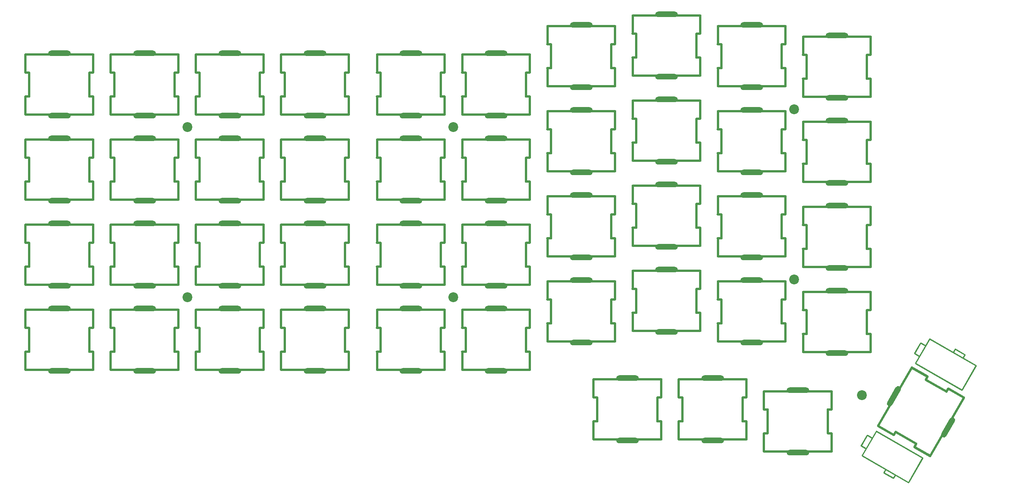
<source format=gbr>
%TF.GenerationSoftware,KiCad,Pcbnew,(5.1.9-0-10_14)*%
%TF.CreationDate,2021-04-26T22:34:41-05:00*%
%TF.ProjectId,wren-numpad-top,7772656e-2d6e-4756-9d70-61642d746f70,rev?*%
%TF.SameCoordinates,Original*%
%TF.FileFunction,Soldermask,Bot*%
%TF.FilePolarity,Negative*%
%FSLAX46Y46*%
G04 Gerber Fmt 4.6, Leading zero omitted, Abs format (unit mm)*
G04 Created by KiCad (PCBNEW (5.1.9-0-10_14)) date 2021-04-26 22:34:41*
%MOMM*%
%LPD*%
G01*
G04 APERTURE LIST*
%ADD10O,1.333500X0.508000*%
%ADD11O,5.080000X1.270000*%
%ADD12O,0.508000X5.842000*%
%ADD13O,0.508000X4.572000*%
%ADD14O,15.595600X0.508000*%
%ADD15C,2.200000*%
G04 APERTURE END LIST*
%TO.C,REF\u002A\u002A*%
G36*
G01*
X239483904Y-94215117D02*
X239483904Y-94215117D01*
G75*
G02*
X239539686Y-94423299I-76200J-131982D01*
G01*
X238168086Y-96798979D01*
G75*
G02*
X237959904Y-96854761I-131982J76200D01*
G01*
X237959904Y-96854761D01*
G75*
G02*
X237904122Y-96646579I76200J131982D01*
G01*
X239275722Y-94270899D01*
G75*
G02*
X239483904Y-94215117I131982J-76200D01*
G01*
G37*
G36*
G01*
X238178295Y-96628897D02*
X239190159Y-97213097D01*
G75*
G02*
X239245941Y-97421279I-76200J-131982D01*
G01*
X239245941Y-97421279D01*
G75*
G02*
X239037759Y-97477061I-131982J76200D01*
G01*
X238025895Y-96892861D01*
G75*
G02*
X237970113Y-96684679I76200J131982D01*
G01*
X237970113Y-96684679D01*
G75*
G02*
X238178295Y-96628897I131982J-76200D01*
G01*
G37*
G36*
G01*
X239549895Y-94253216D02*
X240561759Y-94837416D01*
G75*
G02*
X240617541Y-95045598I-76200J-131982D01*
G01*
X240617541Y-95045598D01*
G75*
G02*
X240409359Y-95101380I-131982J76200D01*
G01*
X239397495Y-94517180D01*
G75*
G02*
X239341713Y-94308998I76200J131982D01*
G01*
X239341713Y-94308998D01*
G75*
G02*
X239549895Y-94253216I131982J-76200D01*
G01*
G37*
G36*
G01*
X247240541Y-95613826D02*
X247240541Y-95613826D01*
G75*
G02*
X247296323Y-95822008I-76200J-131982D01*
G01*
X246864523Y-96569908D01*
G75*
G02*
X246656341Y-96625690I-131982J76200D01*
G01*
X246656341Y-96625690D01*
G75*
G02*
X246600559Y-96417508I76200J131982D01*
G01*
X247032359Y-95669608D01*
G75*
G02*
X247240541Y-95613826I131982J-76200D01*
G01*
G37*
G36*
G01*
X241529451Y-93313726D02*
X241529451Y-93313726D01*
G75*
G02*
X241585233Y-93521908I-76200J-131982D01*
G01*
X238410233Y-99021170D01*
G75*
G02*
X238202051Y-99076952I-131982J76200D01*
G01*
X238202051Y-99076952D01*
G75*
G02*
X238146269Y-98868770I76200J131982D01*
G01*
X241321269Y-93369508D01*
G75*
G02*
X241529451Y-93313726I131982J-76200D01*
G01*
G37*
G36*
G01*
X238354450Y-98812987D02*
X248737056Y-104807387D01*
G75*
G02*
X248792838Y-105015569I-76200J-131982D01*
G01*
X248792838Y-105015569D01*
G75*
G02*
X248584656Y-105071351I-131982J76200D01*
G01*
X238202050Y-99076951D01*
G75*
G02*
X238146268Y-98868769I76200J131982D01*
G01*
X238146268Y-98868769D01*
G75*
G02*
X238354450Y-98812987I131982J-76200D01*
G01*
G37*
G36*
G01*
X241529450Y-93313726D02*
X251912056Y-99308126D01*
G75*
G02*
X251967838Y-99516308I-76200J-131982D01*
G01*
X251967838Y-99516308D01*
G75*
G02*
X251759656Y-99572090I-131982J76200D01*
G01*
X241377050Y-93577690D01*
G75*
G02*
X241321268Y-93369508I76200J131982D01*
G01*
X241321268Y-93369508D01*
G75*
G02*
X241529450Y-93313726I131982J-76200D01*
G01*
G37*
G36*
G01*
X247240542Y-95613827D02*
X249396252Y-96858427D01*
G75*
G02*
X249452034Y-97066609I-76200J-131982D01*
G01*
X249452034Y-97066609D01*
G75*
G02*
X249243852Y-97122391I-131982J76200D01*
G01*
X247088142Y-95877791D01*
G75*
G02*
X247032360Y-95669609I76200J131982D01*
G01*
X247032360Y-95669609D01*
G75*
G02*
X247240542Y-95613827I131982J-76200D01*
G01*
G37*
G36*
G01*
X249396252Y-96858426D02*
X249396252Y-96858426D01*
G75*
G02*
X249452034Y-97066608I-76200J-131982D01*
G01*
X249020234Y-97814508D01*
G75*
G02*
X248812052Y-97870290I-131982J76200D01*
G01*
X248812052Y-97870290D01*
G75*
G02*
X248756270Y-97662108I76200J131982D01*
G01*
X249188070Y-96914208D01*
G75*
G02*
X249396252Y-96858426I131982J-76200D01*
G01*
G37*
G36*
G01*
X251912056Y-99308126D02*
X251912056Y-99308126D01*
G75*
G02*
X251967838Y-99516308I-76200J-131982D01*
G01*
X248792838Y-105015570D01*
G75*
G02*
X248584656Y-105071352I-131982J76200D01*
G01*
X248584656Y-105071352D01*
G75*
G02*
X248528874Y-104863170I76200J131982D01*
G01*
X251703874Y-99363908D01*
G75*
G02*
X251912056Y-99308126I131982J-76200D01*
G01*
G37*
G36*
G01*
X231695741Y-122538210D02*
X231695741Y-122538210D01*
G75*
G02*
X231751523Y-122746392I-76200J-131982D01*
G01*
X231319723Y-123494292D01*
G75*
G02*
X231111541Y-123550074I-131982J76200D01*
G01*
X231111541Y-123550074D01*
G75*
G02*
X231055759Y-123341892I76200J131982D01*
G01*
X231487559Y-122593992D01*
G75*
G02*
X231695741Y-122538210I131982J-76200D01*
G01*
G37*
G36*
G01*
X226240295Y-117306120D02*
X227252159Y-117890320D01*
G75*
G02*
X227307941Y-118098502I-76200J-131982D01*
G01*
X227307941Y-118098502D01*
G75*
G02*
X227099759Y-118154284I-131982J76200D01*
G01*
X226087895Y-117570084D01*
G75*
G02*
X226032113Y-117361902I76200J131982D01*
G01*
X226032113Y-117361902D01*
G75*
G02*
X226240295Y-117306120I131982J-76200D01*
G01*
G37*
G36*
G01*
X233851452Y-123782810D02*
X233851452Y-123782810D01*
G75*
G02*
X233907234Y-123990992I-76200J-131982D01*
G01*
X233475434Y-124738892D01*
G75*
G02*
X233267252Y-124794674I-131982J76200D01*
G01*
X233267252Y-124794674D01*
G75*
G02*
X233211470Y-124586492I76200J131982D01*
G01*
X233643270Y-123838592D01*
G75*
G02*
X233851452Y-123782810I131982J-76200D01*
G01*
G37*
G36*
G01*
X227611895Y-114930439D02*
X228623759Y-115514639D01*
G75*
G02*
X228679541Y-115722821I-76200J-131982D01*
G01*
X228679541Y-115722821D01*
G75*
G02*
X228471359Y-115778603I-131982J76200D01*
G01*
X227459495Y-115194403D01*
G75*
G02*
X227403713Y-114986221I76200J131982D01*
G01*
X227403713Y-114986221D01*
G75*
G02*
X227611895Y-114930439I131982J-76200D01*
G01*
G37*
G36*
G01*
X231263942Y-123286109D02*
X233419652Y-124530709D01*
G75*
G02*
X233475434Y-124738891I-76200J-131982D01*
G01*
X233475434Y-124738891D01*
G75*
G02*
X233267252Y-124794673I-131982J76200D01*
G01*
X231111542Y-123550073D01*
G75*
G02*
X231055760Y-123341891I76200J131982D01*
G01*
X231055760Y-123341891D01*
G75*
G02*
X231263942Y-123286109I131982J-76200D01*
G01*
G37*
G36*
G01*
X226416450Y-119490210D02*
X236799056Y-125484610D01*
G75*
G02*
X236854838Y-125692792I-76200J-131982D01*
G01*
X236854838Y-125692792D01*
G75*
G02*
X236646656Y-125748574I-131982J76200D01*
G01*
X226264050Y-119754174D01*
G75*
G02*
X226208268Y-119545992I76200J131982D01*
G01*
X226208268Y-119545992D01*
G75*
G02*
X226416450Y-119490210I131982J-76200D01*
G01*
G37*
G36*
G01*
X229591451Y-113990948D02*
X229591451Y-113990948D01*
G75*
G02*
X229647233Y-114199130I-76200J-131982D01*
G01*
X226472233Y-119698392D01*
G75*
G02*
X226264051Y-119754174I-131982J76200D01*
G01*
X226264051Y-119754174D01*
G75*
G02*
X226208269Y-119545992I76200J131982D01*
G01*
X229383269Y-114046730D01*
G75*
G02*
X229591451Y-113990948I131982J-76200D01*
G01*
G37*
G36*
G01*
X229591450Y-113990949D02*
X239974056Y-119985349D01*
G75*
G02*
X240029838Y-120193531I-76200J-131982D01*
G01*
X240029838Y-120193531D01*
G75*
G02*
X239821656Y-120249313I-131982J76200D01*
G01*
X229439050Y-114254913D01*
G75*
G02*
X229383268Y-114046731I76200J131982D01*
G01*
X229383268Y-114046731D01*
G75*
G02*
X229591450Y-113990949I131982J-76200D01*
G01*
G37*
G36*
G01*
X239974056Y-119985348D02*
X239974056Y-119985348D01*
G75*
G02*
X240029838Y-120193530I-76200J-131982D01*
G01*
X236854838Y-125692792D01*
G75*
G02*
X236646656Y-125748574I-131982J76200D01*
G01*
X236646656Y-125748574D01*
G75*
G02*
X236590874Y-125540392I76200J131982D01*
G01*
X239765874Y-120041130D01*
G75*
G02*
X239974056Y-119985348I131982J-76200D01*
G01*
G37*
G36*
G01*
X227545904Y-114892339D02*
X227545904Y-114892339D01*
G75*
G02*
X227601686Y-115100521I-76200J-131982D01*
G01*
X226230086Y-117476201D01*
G75*
G02*
X226021904Y-117531983I-131982J76200D01*
G01*
X226021904Y-117531983D01*
G75*
G02*
X225966122Y-117323801I76200J131982D01*
G01*
X227337722Y-114948121D01*
G75*
G02*
X227545904Y-114892339I131982J-76200D01*
G01*
G37*
%TD*%
D10*
%TO.C,MX21*%
X227806250Y-73310750D03*
X213518750Y-73310750D03*
X227806250Y-67976750D03*
X213518750Y-67976750D03*
D11*
X220662500Y-77628750D03*
X220662500Y-63658750D03*
D12*
X213931500Y-70643750D03*
X227393500Y-70643750D03*
D13*
X213106000Y-75342750D03*
X228219000Y-75342750D03*
X228219000Y-65944750D03*
X213106000Y-65944750D03*
D14*
X220662500Y-77374750D03*
X220662500Y-63912750D03*
%TD*%
%TO.C,MX41*%
G36*
G01*
X245032190Y-105484003D02*
X245032190Y-105484003D01*
G75*
G02*
X244939220Y-105137033I127000J219970D01*
G01*
X245351970Y-104422129D01*
G75*
G02*
X245698940Y-104329159I219970J-127000D01*
G01*
X245698940Y-104329159D01*
G75*
G02*
X245791910Y-104676129I-127000J-219970D01*
G01*
X245379160Y-105391033D01*
G75*
G02*
X245032190Y-105484003I-219970J127000D01*
G01*
G37*
G36*
G01*
X237888440Y-117857341D02*
X237888440Y-117857341D01*
G75*
G02*
X237795470Y-117510371I127000J219970D01*
G01*
X238208220Y-116795467D01*
G75*
G02*
X238555190Y-116702497I219970J-127000D01*
G01*
X238555190Y-116702497D01*
G75*
G02*
X238648160Y-117049467I-127000J-219970D01*
G01*
X238235410Y-117764371D01*
G75*
G02*
X237888440Y-117857341I-219970J127000D01*
G01*
G37*
G36*
G01*
X240412810Y-102817003D02*
X240412810Y-102817003D01*
G75*
G02*
X240319840Y-102470033I127000J219970D01*
G01*
X240732590Y-101755129D01*
G75*
G02*
X241079560Y-101662159I219970J-127000D01*
G01*
X241079560Y-101662159D01*
G75*
G02*
X241172530Y-102009129I-127000J-219970D01*
G01*
X240759780Y-102724033D01*
G75*
G02*
X240412810Y-102817003I-219970J127000D01*
G01*
G37*
G36*
G01*
X233269060Y-115190341D02*
X233269060Y-115190341D01*
G75*
G02*
X233176090Y-114843371I127000J219970D01*
G01*
X233588840Y-114128467D01*
G75*
G02*
X233935810Y-114035497I219970J-127000D01*
G01*
X233935810Y-114035497D01*
G75*
G02*
X234028780Y-114382467I-127000J-219970D01*
G01*
X233616030Y-115097371D01*
G75*
G02*
X233269060Y-115190341I-219970J127000D01*
G01*
G37*
G36*
G01*
X244263187Y-115451954D02*
X244263187Y-115451954D01*
G75*
G02*
X244030761Y-114584528I317500J549926D01*
G01*
X245935761Y-111284972D01*
G75*
G02*
X246803187Y-111052546I549926J-317500D01*
G01*
X246803187Y-111052546D01*
G75*
G02*
X247035613Y-111919972I-317500J-549926D01*
G01*
X245130613Y-115219528D01*
G75*
G02*
X244263187Y-115451954I-549926J317500D01*
G01*
G37*
G36*
G01*
X232164813Y-108466954D02*
X232164813Y-108466954D01*
G75*
G02*
X231932387Y-107599528I317500J549926D01*
G01*
X233837387Y-104299972D01*
G75*
G02*
X234704813Y-104067546I549926J-317500D01*
G01*
X234704813Y-104067546D01*
G75*
G02*
X234937239Y-104934972I-317500J-549926D01*
G01*
X233032239Y-108234528D01*
G75*
G02*
X232164813Y-108466954I-549926J317500D01*
G01*
G37*
G36*
G01*
X238301190Y-117142437D02*
X233681810Y-114475437D01*
G75*
G02*
X233588840Y-114128467I127000J219970D01*
G01*
X233588840Y-114128467D01*
G75*
G02*
X233935810Y-114035497I219970J-127000D01*
G01*
X238555190Y-116702497D01*
G75*
G02*
X238648160Y-117049467I-127000J-219970D01*
G01*
X238648160Y-117049467D01*
G75*
G02*
X238301190Y-117142437I-219970J127000D01*
G01*
G37*
G36*
G01*
X245032190Y-105484003D02*
X240412810Y-102817003D01*
G75*
G02*
X240319840Y-102470033I127000J219970D01*
G01*
X240319840Y-102470033D01*
G75*
G02*
X240666810Y-102377063I219970J-127000D01*
G01*
X245286190Y-105044063D01*
G75*
G02*
X245379160Y-105391033I-127000J-219970D01*
G01*
X245379160Y-105391033D01*
G75*
G02*
X245032190Y-105484003I-219970J127000D01*
G01*
G37*
G36*
G01*
X241407967Y-119889341D02*
X237888439Y-117857341D01*
G75*
G02*
X237795469Y-117510371I127000J219970D01*
G01*
X237795469Y-117510371D01*
G75*
G02*
X238142439Y-117417401I219970J-127000D01*
G01*
X241661967Y-119449401D01*
G75*
G02*
X241754937Y-119796371I-127000J-219970D01*
G01*
X241754937Y-119796371D01*
G75*
G02*
X241407967Y-119889341I-219970J127000D01*
G01*
G37*
G36*
G01*
X248964467Y-106801099D02*
X245444939Y-104769099D01*
G75*
G02*
X245351969Y-104422129I127000J219970D01*
G01*
X245351969Y-104422129D01*
G75*
G02*
X245698939Y-104329159I219970J-127000D01*
G01*
X249218467Y-106361159D01*
G75*
G02*
X249311437Y-106708129I-127000J-219970D01*
G01*
X249311437Y-106708129D01*
G75*
G02*
X248964467Y-106801099I-219970J127000D01*
G01*
G37*
G36*
G01*
X240825561Y-102102099D02*
X237306033Y-100070099D01*
G75*
G02*
X237213063Y-99723129I127000J219970D01*
G01*
X237213063Y-99723129D01*
G75*
G02*
X237560033Y-99630159I219970J-127000D01*
G01*
X241079561Y-101662159D01*
G75*
G02*
X241172531Y-102009129I-127000J-219970D01*
G01*
X241172531Y-102009129D01*
G75*
G02*
X240825561Y-102102099I-219970J127000D01*
G01*
G37*
G36*
G01*
X233269061Y-115190341D02*
X229749533Y-113158341D01*
G75*
G02*
X229656563Y-112811371I127000J219970D01*
G01*
X229656563Y-112811371D01*
G75*
G02*
X230003533Y-112718401I219970J-127000D01*
G01*
X233523061Y-114750401D01*
G75*
G02*
X233616031Y-115097371I-127000J-219970D01*
G01*
X233616031Y-115097371D01*
G75*
G02*
X233269061Y-115190341I-219970J127000D01*
G01*
G37*
G36*
G01*
X241414317Y-119878342D02*
X241414317Y-119878342D01*
G75*
G02*
X241321347Y-119531372I127000J219970D01*
G01*
X248865147Y-106465128D01*
G75*
G02*
X249212117Y-106372158I219970J-127000D01*
G01*
X249212117Y-106372158D01*
G75*
G02*
X249305087Y-106719128I-127000J-219970D01*
G01*
X241761287Y-119785372D01*
G75*
G02*
X241414317Y-119878342I-219970J127000D01*
G01*
G37*
G36*
G01*
X229755883Y-113147342D02*
X229755883Y-113147342D01*
G75*
G02*
X229662913Y-112800372I127000J219970D01*
G01*
X237206713Y-99734128D01*
G75*
G02*
X237553683Y-99641158I219970J-127000D01*
G01*
X237553683Y-99641158D01*
G75*
G02*
X237646653Y-99988128I-127000J-219970D01*
G01*
X230102853Y-113054372D01*
G75*
G02*
X229755883Y-113147342I-219970J127000D01*
G01*
G37*
%TD*%
D10*
%TO.C,MX10*%
X53975000Y-39179500D03*
X39687500Y-39179500D03*
X53975000Y-33845500D03*
X39687500Y-33845500D03*
D11*
X46831250Y-43497500D03*
X46831250Y-29527500D03*
D12*
X40100250Y-36512500D03*
X53562250Y-36512500D03*
D13*
X39274750Y-41211500D03*
X54387750Y-41211500D03*
X54387750Y-31813500D03*
X39274750Y-31813500D03*
D14*
X46831250Y-43243500D03*
X46831250Y-29781500D03*
%TD*%
D10*
%TO.C,MX15*%
X151606250Y-58229500D03*
X137318750Y-58229500D03*
X151606250Y-52895500D03*
X137318750Y-52895500D03*
D11*
X144462500Y-62547500D03*
X144462500Y-48577500D03*
D12*
X137731500Y-55562500D03*
X151193500Y-55562500D03*
D13*
X136906000Y-60261500D03*
X152019000Y-60261500D03*
X152019000Y-50863500D03*
X136906000Y-50863500D03*
D14*
X144462500Y-62293500D03*
X144462500Y-48831500D03*
%TD*%
D10*
%TO.C,MX44*%
X180968750Y-111918750D03*
X166681250Y-111918750D03*
X180968750Y-106584750D03*
X166681250Y-106584750D03*
D11*
X173825000Y-116236750D03*
X173825000Y-102266750D03*
D12*
X167094000Y-109251750D03*
X180556000Y-109251750D03*
D13*
X166268500Y-113950750D03*
X181381500Y-113950750D03*
X181381500Y-104552750D03*
X166268500Y-104552750D03*
D14*
X173825000Y-115982750D03*
X173825000Y-102520750D03*
%TD*%
D10*
%TO.C,MX43*%
X200018750Y-111918750D03*
X185731250Y-111918750D03*
X200018750Y-106584750D03*
X185731250Y-106584750D03*
D11*
X192875000Y-116236750D03*
X192875000Y-102266750D03*
D12*
X186144000Y-109251750D03*
X199606000Y-109251750D03*
D13*
X185318500Y-113950750D03*
X200431500Y-113950750D03*
X200431500Y-104552750D03*
X185318500Y-104552750D03*
D14*
X192875000Y-115982750D03*
X192875000Y-102520750D03*
%TD*%
D10*
%TO.C,MX42*%
X219068750Y-114585750D03*
X204781250Y-114585750D03*
X219068750Y-109251750D03*
X204781250Y-109251750D03*
D11*
X211925000Y-118903750D03*
X211925000Y-104933750D03*
D12*
X205194000Y-111918750D03*
X218656000Y-111918750D03*
D13*
X204368500Y-116617750D03*
X219481500Y-116617750D03*
X219481500Y-107219750D03*
X204368500Y-107219750D03*
D14*
X211925000Y-118649750D03*
X211925000Y-105187750D03*
%TD*%
D10*
%TO.C,MX40*%
X53975000Y-96329500D03*
X39687500Y-96329500D03*
X53975000Y-90995500D03*
X39687500Y-90995500D03*
D11*
X46831250Y-100647500D03*
X46831250Y-86677500D03*
D12*
X40100250Y-93662500D03*
X53562250Y-93662500D03*
D13*
X39274750Y-98361500D03*
X54387750Y-98361500D03*
X54387750Y-88963500D03*
X39274750Y-88963500D03*
D14*
X46831250Y-100393500D03*
X46831250Y-86931500D03*
%TD*%
D10*
%TO.C,MX39*%
X73025000Y-96329500D03*
X58737500Y-96329500D03*
X73025000Y-90995500D03*
X58737500Y-90995500D03*
D11*
X65881250Y-100647500D03*
X65881250Y-86677500D03*
D12*
X59150250Y-93662500D03*
X72612250Y-93662500D03*
D13*
X58324750Y-98361500D03*
X73437750Y-98361500D03*
X73437750Y-88963500D03*
X58324750Y-88963500D03*
D14*
X65881250Y-100393500D03*
X65881250Y-86931500D03*
%TD*%
D10*
%TO.C,MX38*%
X92075000Y-96329500D03*
X77787500Y-96329500D03*
X92075000Y-90995500D03*
X77787500Y-90995500D03*
D11*
X84931250Y-100647500D03*
X84931250Y-86677500D03*
D12*
X78200250Y-93662500D03*
X91662250Y-93662500D03*
D13*
X77374750Y-98361500D03*
X92487750Y-98361500D03*
X92487750Y-88963500D03*
X77374750Y-88963500D03*
D14*
X84931250Y-100393500D03*
X84931250Y-86931500D03*
%TD*%
D10*
%TO.C,MX37*%
X111125000Y-96329500D03*
X96837500Y-96329500D03*
X111125000Y-90995500D03*
X96837500Y-90995500D03*
D11*
X103981250Y-100647500D03*
X103981250Y-86677500D03*
D12*
X97250250Y-93662500D03*
X110712250Y-93662500D03*
D13*
X96424750Y-98361500D03*
X111537750Y-98361500D03*
X111537750Y-88963500D03*
X96424750Y-88963500D03*
D14*
X103981250Y-100393500D03*
X103981250Y-86931500D03*
%TD*%
D10*
%TO.C,MX36*%
X132556250Y-96329500D03*
X118268750Y-96329500D03*
X132556250Y-90995500D03*
X118268750Y-90995500D03*
D11*
X125412500Y-100647500D03*
X125412500Y-86677500D03*
D12*
X118681500Y-93662500D03*
X132143500Y-93662500D03*
D13*
X117856000Y-98361500D03*
X132969000Y-98361500D03*
X132969000Y-88963500D03*
X117856000Y-88963500D03*
D14*
X125412500Y-100393500D03*
X125412500Y-86931500D03*
%TD*%
D10*
%TO.C,MX35*%
X151606250Y-96329500D03*
X137318750Y-96329500D03*
X151606250Y-90995500D03*
X137318750Y-90995500D03*
D11*
X144462500Y-100647500D03*
X144462500Y-86677500D03*
D12*
X137731500Y-93662500D03*
X151193500Y-93662500D03*
D13*
X136906000Y-98361500D03*
X152019000Y-98361500D03*
X152019000Y-88963500D03*
X136906000Y-88963500D03*
D14*
X144462500Y-100393500D03*
X144462500Y-86931500D03*
%TD*%
D10*
%TO.C,MX34*%
X170656250Y-89979500D03*
X156368750Y-89979500D03*
X170656250Y-84645500D03*
X156368750Y-84645500D03*
D11*
X163512500Y-94297500D03*
X163512500Y-80327500D03*
D12*
X156781500Y-87312500D03*
X170243500Y-87312500D03*
D13*
X155956000Y-92011500D03*
X171069000Y-92011500D03*
X171069000Y-82613500D03*
X155956000Y-82613500D03*
D14*
X163512500Y-94043500D03*
X163512500Y-80581500D03*
%TD*%
D10*
%TO.C,MX33*%
X189706250Y-87598250D03*
X175418750Y-87598250D03*
X189706250Y-82264250D03*
X175418750Y-82264250D03*
D11*
X182562500Y-91916250D03*
X182562500Y-77946250D03*
D12*
X175831500Y-84931250D03*
X189293500Y-84931250D03*
D13*
X175006000Y-89630250D03*
X190119000Y-89630250D03*
X190119000Y-80232250D03*
X175006000Y-80232250D03*
D14*
X182562500Y-91662250D03*
X182562500Y-78200250D03*
%TD*%
D10*
%TO.C,MX32*%
X208756250Y-89979500D03*
X194468750Y-89979500D03*
X208756250Y-84645500D03*
X194468750Y-84645500D03*
D11*
X201612500Y-94297500D03*
X201612500Y-80327500D03*
D12*
X194881500Y-87312500D03*
X208343500Y-87312500D03*
D13*
X194056000Y-92011500D03*
X209169000Y-92011500D03*
X209169000Y-82613500D03*
X194056000Y-82613500D03*
D14*
X201612500Y-94043500D03*
X201612500Y-80581500D03*
%TD*%
D10*
%TO.C,MX31*%
X227806250Y-92360750D03*
X213518750Y-92360750D03*
X227806250Y-87026750D03*
X213518750Y-87026750D03*
D11*
X220662500Y-96678750D03*
X220662500Y-82708750D03*
D12*
X213931500Y-89693750D03*
X227393500Y-89693750D03*
D13*
X213106000Y-94392750D03*
X228219000Y-94392750D03*
X228219000Y-84994750D03*
X213106000Y-84994750D03*
D14*
X220662500Y-96424750D03*
X220662500Y-82962750D03*
%TD*%
D10*
%TO.C,MX30*%
X53975000Y-77279500D03*
X39687500Y-77279500D03*
X53975000Y-71945500D03*
X39687500Y-71945500D03*
D11*
X46831250Y-81597500D03*
X46831250Y-67627500D03*
D12*
X40100250Y-74612500D03*
X53562250Y-74612500D03*
D13*
X39274750Y-79311500D03*
X54387750Y-79311500D03*
X54387750Y-69913500D03*
X39274750Y-69913500D03*
D14*
X46831250Y-81343500D03*
X46831250Y-67881500D03*
%TD*%
D10*
%TO.C,MX29*%
X73025000Y-77279500D03*
X58737500Y-77279500D03*
X73025000Y-71945500D03*
X58737500Y-71945500D03*
D11*
X65881250Y-81597500D03*
X65881250Y-67627500D03*
D12*
X59150250Y-74612500D03*
X72612250Y-74612500D03*
D13*
X58324750Y-79311500D03*
X73437750Y-79311500D03*
X73437750Y-69913500D03*
X58324750Y-69913500D03*
D14*
X65881250Y-81343500D03*
X65881250Y-67881500D03*
%TD*%
D10*
%TO.C,MX28*%
X92075000Y-77279500D03*
X77787500Y-77279500D03*
X92075000Y-71945500D03*
X77787500Y-71945500D03*
D11*
X84931250Y-81597500D03*
X84931250Y-67627500D03*
D12*
X78200250Y-74612500D03*
X91662250Y-74612500D03*
D13*
X77374750Y-79311500D03*
X92487750Y-79311500D03*
X92487750Y-69913500D03*
X77374750Y-69913500D03*
D14*
X84931250Y-81343500D03*
X84931250Y-67881500D03*
%TD*%
D10*
%TO.C,MX27*%
X111125000Y-77279500D03*
X96837500Y-77279500D03*
X111125000Y-71945500D03*
X96837500Y-71945500D03*
D11*
X103981250Y-81597500D03*
X103981250Y-67627500D03*
D12*
X97250250Y-74612500D03*
X110712250Y-74612500D03*
D13*
X96424750Y-79311500D03*
X111537750Y-79311500D03*
X111537750Y-69913500D03*
X96424750Y-69913500D03*
D14*
X103981250Y-81343500D03*
X103981250Y-67881500D03*
%TD*%
D10*
%TO.C,MX26*%
X132556250Y-77279500D03*
X118268750Y-77279500D03*
X132556250Y-71945500D03*
X118268750Y-71945500D03*
D11*
X125412500Y-81597500D03*
X125412500Y-67627500D03*
D12*
X118681500Y-74612500D03*
X132143500Y-74612500D03*
D13*
X117856000Y-79311500D03*
X132969000Y-79311500D03*
X132969000Y-69913500D03*
X117856000Y-69913500D03*
D14*
X125412500Y-81343500D03*
X125412500Y-67881500D03*
%TD*%
D10*
%TO.C,MX25*%
X151606250Y-77279500D03*
X137318750Y-77279500D03*
X151606250Y-71945500D03*
X137318750Y-71945500D03*
D11*
X144462500Y-81597500D03*
X144462500Y-67627500D03*
D12*
X137731500Y-74612500D03*
X151193500Y-74612500D03*
D13*
X136906000Y-79311500D03*
X152019000Y-79311500D03*
X152019000Y-69913500D03*
X136906000Y-69913500D03*
D14*
X144462500Y-81343500D03*
X144462500Y-67881500D03*
%TD*%
D10*
%TO.C,MX24*%
X170656250Y-70929500D03*
X156368750Y-70929500D03*
X170656250Y-65595500D03*
X156368750Y-65595500D03*
D11*
X163512500Y-75247500D03*
X163512500Y-61277500D03*
D12*
X156781500Y-68262500D03*
X170243500Y-68262500D03*
D13*
X155956000Y-72961500D03*
X171069000Y-72961500D03*
X171069000Y-63563500D03*
X155956000Y-63563500D03*
D14*
X163512500Y-74993500D03*
X163512500Y-61531500D03*
%TD*%
D10*
%TO.C,MX23*%
X189706250Y-68548250D03*
X175418750Y-68548250D03*
X189706250Y-63214250D03*
X175418750Y-63214250D03*
D11*
X182562500Y-72866250D03*
X182562500Y-58896250D03*
D12*
X175831500Y-65881250D03*
X189293500Y-65881250D03*
D13*
X175006000Y-70580250D03*
X190119000Y-70580250D03*
X190119000Y-61182250D03*
X175006000Y-61182250D03*
D14*
X182562500Y-72612250D03*
X182562500Y-59150250D03*
%TD*%
D10*
%TO.C,MX22*%
X208756250Y-70929500D03*
X194468750Y-70929500D03*
X208756250Y-65595500D03*
X194468750Y-65595500D03*
D11*
X201612500Y-75247500D03*
X201612500Y-61277500D03*
D12*
X194881500Y-68262500D03*
X208343500Y-68262500D03*
D13*
X194056000Y-72961500D03*
X209169000Y-72961500D03*
X209169000Y-63563500D03*
X194056000Y-63563500D03*
D14*
X201612500Y-74993500D03*
X201612500Y-61531500D03*
%TD*%
D10*
%TO.C,MX20*%
X53975000Y-58229500D03*
X39687500Y-58229500D03*
X53975000Y-52895500D03*
X39687500Y-52895500D03*
D11*
X46831250Y-62547500D03*
X46831250Y-48577500D03*
D12*
X40100250Y-55562500D03*
X53562250Y-55562500D03*
D13*
X39274750Y-60261500D03*
X54387750Y-60261500D03*
X54387750Y-50863500D03*
X39274750Y-50863500D03*
D14*
X46831250Y-62293500D03*
X46831250Y-48831500D03*
%TD*%
D10*
%TO.C,MX19*%
X73025000Y-58229500D03*
X58737500Y-58229500D03*
X73025000Y-52895500D03*
X58737500Y-52895500D03*
D11*
X65881250Y-62547500D03*
X65881250Y-48577500D03*
D12*
X59150250Y-55562500D03*
X72612250Y-55562500D03*
D13*
X58324750Y-60261500D03*
X73437750Y-60261500D03*
X73437750Y-50863500D03*
X58324750Y-50863500D03*
D14*
X65881250Y-62293500D03*
X65881250Y-48831500D03*
%TD*%
D10*
%TO.C,MX18*%
X92075000Y-58229500D03*
X77787500Y-58229500D03*
X92075000Y-52895500D03*
X77787500Y-52895500D03*
D11*
X84931250Y-62547500D03*
X84931250Y-48577500D03*
D12*
X78200250Y-55562500D03*
X91662250Y-55562500D03*
D13*
X77374750Y-60261500D03*
X92487750Y-60261500D03*
X92487750Y-50863500D03*
X77374750Y-50863500D03*
D14*
X84931250Y-62293500D03*
X84931250Y-48831500D03*
%TD*%
D10*
%TO.C,MX17*%
X111125000Y-58229500D03*
X96837500Y-58229500D03*
X111125000Y-52895500D03*
X96837500Y-52895500D03*
D11*
X103981250Y-62547500D03*
X103981250Y-48577500D03*
D12*
X97250250Y-55562500D03*
X110712250Y-55562500D03*
D13*
X96424750Y-60261500D03*
X111537750Y-60261500D03*
X111537750Y-50863500D03*
X96424750Y-50863500D03*
D14*
X103981250Y-62293500D03*
X103981250Y-48831500D03*
%TD*%
D10*
%TO.C,MX16*%
X132556250Y-58229500D03*
X118268750Y-58229500D03*
X132556250Y-52895500D03*
X118268750Y-52895500D03*
D11*
X125412500Y-62547500D03*
X125412500Y-48577500D03*
D12*
X118681500Y-55562500D03*
X132143500Y-55562500D03*
D13*
X117856000Y-60261500D03*
X132969000Y-60261500D03*
X132969000Y-50863500D03*
X117856000Y-50863500D03*
D14*
X125412500Y-62293500D03*
X125412500Y-48831500D03*
%TD*%
D10*
%TO.C,MX14*%
X170656250Y-51879500D03*
X156368750Y-51879500D03*
X170656250Y-46545500D03*
X156368750Y-46545500D03*
D11*
X163512500Y-56197500D03*
X163512500Y-42227500D03*
D12*
X156781500Y-49212500D03*
X170243500Y-49212500D03*
D13*
X155956000Y-53911500D03*
X171069000Y-53911500D03*
X171069000Y-44513500D03*
X155956000Y-44513500D03*
D14*
X163512500Y-55943500D03*
X163512500Y-42481500D03*
%TD*%
D10*
%TO.C,MX13*%
X189706250Y-49498250D03*
X175418750Y-49498250D03*
X189706250Y-44164250D03*
X175418750Y-44164250D03*
D11*
X182562500Y-53816250D03*
X182562500Y-39846250D03*
D12*
X175831500Y-46831250D03*
X189293500Y-46831250D03*
D13*
X175006000Y-51530250D03*
X190119000Y-51530250D03*
X190119000Y-42132250D03*
X175006000Y-42132250D03*
D14*
X182562500Y-53562250D03*
X182562500Y-40100250D03*
%TD*%
D10*
%TO.C,MX12*%
X208756250Y-51879500D03*
X194468750Y-51879500D03*
X208756250Y-46545500D03*
X194468750Y-46545500D03*
D11*
X201612500Y-56197500D03*
X201612500Y-42227500D03*
D12*
X194881500Y-49212500D03*
X208343500Y-49212500D03*
D13*
X194056000Y-53911500D03*
X209169000Y-53911500D03*
X209169000Y-44513500D03*
X194056000Y-44513500D03*
D14*
X201612500Y-55943500D03*
X201612500Y-42481500D03*
%TD*%
D10*
%TO.C,MX11*%
X227806250Y-54260750D03*
X213518750Y-54260750D03*
X227806250Y-48926750D03*
X213518750Y-48926750D03*
D11*
X220662500Y-58578750D03*
X220662500Y-44608750D03*
D12*
X213931500Y-51593750D03*
X227393500Y-51593750D03*
D13*
X213106000Y-56292750D03*
X228219000Y-56292750D03*
X228219000Y-46894750D03*
X213106000Y-46894750D03*
D14*
X220662500Y-58324750D03*
X220662500Y-44862750D03*
%TD*%
D10*
%TO.C,MX9*%
X73025000Y-39179500D03*
X58737500Y-39179500D03*
X73025000Y-33845500D03*
X58737500Y-33845500D03*
D11*
X65881250Y-43497500D03*
X65881250Y-29527500D03*
D12*
X59150250Y-36512500D03*
X72612250Y-36512500D03*
D13*
X58324750Y-41211500D03*
X73437750Y-41211500D03*
X73437750Y-31813500D03*
X58324750Y-31813500D03*
D14*
X65881250Y-43243500D03*
X65881250Y-29781500D03*
%TD*%
D10*
%TO.C,MX8*%
X92075000Y-39179500D03*
X77787500Y-39179500D03*
X92075000Y-33845500D03*
X77787500Y-33845500D03*
D11*
X84931250Y-43497500D03*
X84931250Y-29527500D03*
D12*
X78200250Y-36512500D03*
X91662250Y-36512500D03*
D13*
X77374750Y-41211500D03*
X92487750Y-41211500D03*
X92487750Y-31813500D03*
X77374750Y-31813500D03*
D14*
X84931250Y-43243500D03*
X84931250Y-29781500D03*
%TD*%
D10*
%TO.C,MX7*%
X111125000Y-39179500D03*
X96837500Y-39179500D03*
X111125000Y-33845500D03*
X96837500Y-33845500D03*
D11*
X103981250Y-43497500D03*
X103981250Y-29527500D03*
D12*
X97250250Y-36512500D03*
X110712250Y-36512500D03*
D13*
X96424750Y-41211500D03*
X111537750Y-41211500D03*
X111537750Y-31813500D03*
X96424750Y-31813500D03*
D14*
X103981250Y-43243500D03*
X103981250Y-29781500D03*
%TD*%
D10*
%TO.C,MX6*%
X132556250Y-39179500D03*
X118268750Y-39179500D03*
X132556250Y-33845500D03*
X118268750Y-33845500D03*
D11*
X125412500Y-43497500D03*
X125412500Y-29527500D03*
D12*
X118681500Y-36512500D03*
X132143500Y-36512500D03*
D13*
X117856000Y-41211500D03*
X132969000Y-41211500D03*
X132969000Y-31813500D03*
X117856000Y-31813500D03*
D14*
X125412500Y-43243500D03*
X125412500Y-29781500D03*
%TD*%
D10*
%TO.C,MX5*%
X151606250Y-39179500D03*
X137318750Y-39179500D03*
X151606250Y-33845500D03*
X137318750Y-33845500D03*
D11*
X144462500Y-43497500D03*
X144462500Y-29527500D03*
D12*
X137731500Y-36512500D03*
X151193500Y-36512500D03*
D13*
X136906000Y-41211500D03*
X152019000Y-41211500D03*
X152019000Y-31813500D03*
X136906000Y-31813500D03*
D14*
X144462500Y-43243500D03*
X144462500Y-29781500D03*
%TD*%
D10*
%TO.C,MX4*%
X170656250Y-32829500D03*
X156368750Y-32829500D03*
X170656250Y-27495500D03*
X156368750Y-27495500D03*
D11*
X163512500Y-37147500D03*
X163512500Y-23177500D03*
D12*
X156781500Y-30162500D03*
X170243500Y-30162500D03*
D13*
X155956000Y-34861500D03*
X171069000Y-34861500D03*
X171069000Y-25463500D03*
X155956000Y-25463500D03*
D14*
X163512500Y-36893500D03*
X163512500Y-23431500D03*
%TD*%
D10*
%TO.C,MX3*%
X189706250Y-30448250D03*
X175418750Y-30448250D03*
X189706250Y-25114250D03*
X175418750Y-25114250D03*
D11*
X182562500Y-34766250D03*
X182562500Y-20796250D03*
D12*
X175831500Y-27781250D03*
X189293500Y-27781250D03*
D13*
X175006000Y-32480250D03*
X190119000Y-32480250D03*
X190119000Y-23082250D03*
X175006000Y-23082250D03*
D14*
X182562500Y-34512250D03*
X182562500Y-21050250D03*
%TD*%
D10*
%TO.C,MX2*%
X208756250Y-32829500D03*
X194468750Y-32829500D03*
X208756250Y-27495500D03*
X194468750Y-27495500D03*
D11*
X201612500Y-37147500D03*
X201612500Y-23177500D03*
D12*
X194881500Y-30162500D03*
X208343500Y-30162500D03*
D13*
X194056000Y-34861500D03*
X209169000Y-34861500D03*
X209169000Y-25463500D03*
X194056000Y-25463500D03*
D14*
X201612500Y-36893500D03*
X201612500Y-23431500D03*
%TD*%
D10*
%TO.C,MX1*%
X227806250Y-35210750D03*
X213518750Y-35210750D03*
X227806250Y-29876750D03*
X213518750Y-29876750D03*
D11*
X220662500Y-39528750D03*
X220662500Y-25558750D03*
D12*
X213931500Y-32543750D03*
X227393500Y-32543750D03*
D13*
X213106000Y-37242750D03*
X228219000Y-37242750D03*
X228219000Y-27844750D03*
X213106000Y-27844750D03*
D14*
X220662500Y-39274750D03*
X220662500Y-25812750D03*
%TD*%
D15*
%TO.C,H7*%
X226250500Y-106013250D03*
%TD*%
%TO.C,H6*%
X211137500Y-80168750D03*
%TD*%
%TO.C,H5*%
X134937500Y-84137500D03*
%TD*%
%TO.C,H4*%
X75446000Y-84137500D03*
%TD*%
%TO.C,H3*%
X211137500Y-42068750D03*
%TD*%
%TO.C,H2*%
X134937500Y-46037500D03*
%TD*%
%TO.C,H1*%
X75446000Y-46037500D03*
%TD*%
M02*

</source>
